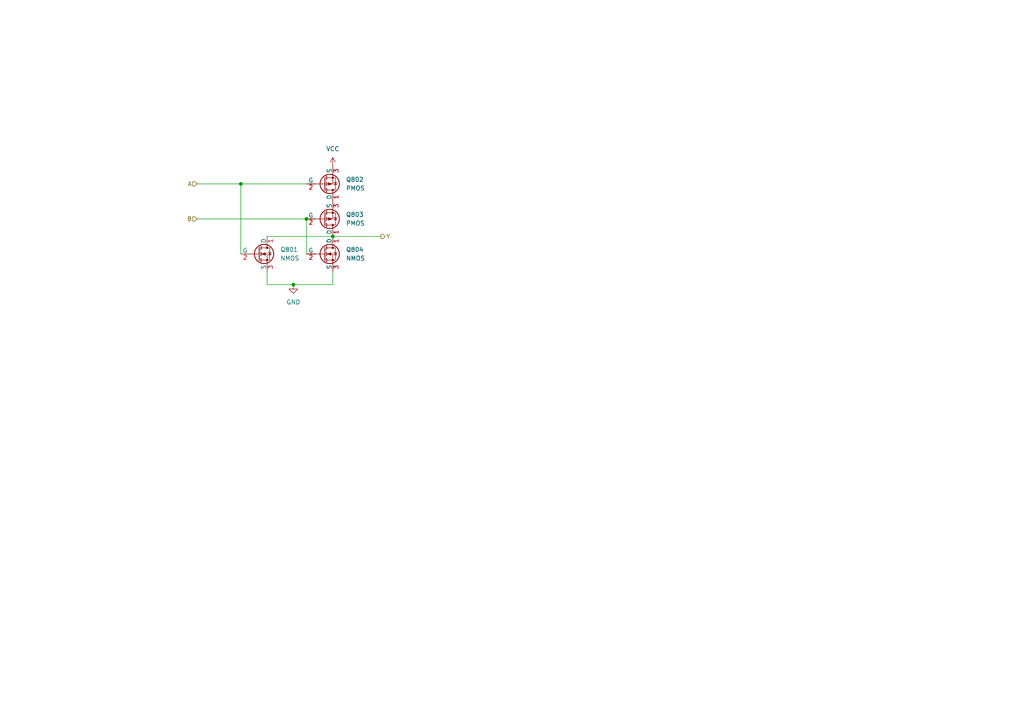
<source format=kicad_sch>
(kicad_sch (version 20250114) (generator "eeschema") (generator_version "9.0")
  (paper "A4")
  (lib_symbols
    (symbol "Simulation_SPICE:NMOS" (pin_names (offset 0))
      (property "Reference" "Q" (at 5.08 1.27 0))
      (property "Value" "NMOS" (at 5.08 -1.27 0))
      (symbol "NMOS_0_1"
        (polyline (pts (xy 0.254 1.905) (xy 0.254 -1.905)) (stroke (width 0.254)))
        (polyline (pts (xy 0.254 0) (xy -2.54 0)))
        (polyline (pts (xy 0.762 2.286) (xy 0.762 1.27)) (stroke (width 0.254)))
        (polyline (pts (xy 0.762 0.508) (xy 0.762 -0.508)) (stroke (width 0.254)))
        (polyline (pts (xy 0.762 -1.27) (xy 0.762 -2.286)) (stroke (width 0.254)))
        (polyline (pts (xy 0.762 -1.778) (xy 3.302 -1.778) (xy 3.302 1.778) (xy 0.762 1.778)))
        (polyline (pts (xy 1.016 0) (xy 2.032 0.381) (xy 2.032 -0.381) (xy 1.016 0)) (fill (type outline)))
        (circle (center 1.651 0) (radius 2.794) (stroke (width 0.254)))
        (polyline (pts (xy 2.54 2.54) (xy 2.54 1.778)))
        (circle (center 2.54 1.778) (radius 0.254) (fill (type outline)))
        (circle (center 2.54 -1.778) (radius 0.254) (fill (type outline)))
        (polyline (pts (xy 2.54 -2.54) (xy 2.54 0) (xy 0.762 0)))
        (polyline (pts (xy 2.794 0.508) (xy 2.921 0.381) (xy 3.683 0.381) (xy 3.81 0.254)))
        (polyline (pts (xy 3.302 0.381) (xy 2.921 -0.254) (xy 3.683 -0.254) (xy 3.302 0.381)))
      )
      (symbol "NMOS_1_1"
        (pin input line (at -5.08 0 0) (length 2.54) (name "G") (number "2"))
        (pin passive line (at 2.54 5.08 270) (length 2.54) (name "D") (number "1"))
        (pin passive line (at 2.54 -5.08 90) (length 2.54) (name "S") (number "3"))
      )
    )
    (symbol "Simulation_SPICE:PMOS" (pin_names (offset 0))
      (property "Reference" "Q" (at 5.08 1.27 0))
      (property "Value" "PMOS" (at 5.08 -1.27 0))
      (symbol "PMOS_0_1"
        (polyline (pts (xy 0.254 1.905) (xy 0.254 -1.905)) (stroke (width 0.254)))
        (polyline (pts (xy 0.254 0) (xy -2.54 0)))
        (polyline (pts (xy 0.762 2.286) (xy 0.762 1.27)) (stroke (width 0.254)))
        (polyline (pts (xy 0.762 1.778) (xy 3.302 1.778) (xy 3.302 -1.778) (xy 0.762 -1.778)))
        (polyline (pts (xy 0.762 0.508) (xy 0.762 -0.508)) (stroke (width 0.254)))
        (polyline (pts (xy 0.762 -1.27) (xy 0.762 -2.286)) (stroke (width 0.254)))
        (circle (center 1.651 0) (radius 2.794) (stroke (width 0.254)))
        (polyline (pts (xy 2.286 0) (xy 1.27 0.381) (xy 1.27 -0.381) (xy 2.286 0)) (fill (type outline)))
        (polyline (pts (xy 2.54 2.54) (xy 2.54 1.778)))
        (circle (center 2.54 1.778) (radius 0.254) (fill (type outline)))
        (circle (center 2.54 -1.778) (radius 0.254) (fill (type outline)))
        (polyline (pts (xy 2.54 -2.54) (xy 2.54 0) (xy 0.762 0)))
        (polyline (pts (xy 2.794 -0.508) (xy 2.921 -0.381) (xy 3.683 -0.381) (xy 3.81 -0.254)))
        (polyline (pts (xy 3.302 -0.381) (xy 2.921 0.254) (xy 3.683 0.254) (xy 3.302 -0.381)))
      )
      (symbol "PMOS_1_1"
        (pin input line (at -5.08 0 0) (length 2.54) (name "G") (number "2"))
        (pin passive line (at 2.54 5.08 270) (length 2.54) (name "D") (number "1"))
        (pin passive line (at 2.54 -5.08 90) (length 2.54) (name "S") (number "3"))
      )
    )
    (symbol "power:GND" (power) (pin_numbers (hide yes)) (pin_names (offset 0) (hide yes))
      (property "Value" "GND" (at 0 -3.81 0))
      (symbol "GND_0_1"
        (polyline (pts (xy 0 0) (xy 0 -1.27) (xy 1.27 -1.27) (xy 0 -2.54) (xy -1.27 -1.27) (xy 0 -1.27)))
      )
      (symbol "GND_1_1"
        (pin power_in line (at 0 0 270) (length 0) (name "~") (number "1"))
      )
    )
    (symbol "power:VCC" (power) (pin_numbers (hide yes)) (pin_names (offset 0) (hide yes))
      (property "Value" "VCC" (at 0 3.556 0))
      (symbol "VCC_0_1"
        (polyline (pts (xy -0.762 1.27) (xy 0 2.54)))
        (polyline (pts (xy 0 2.54) (xy 0.762 1.27)))
        (polyline (pts (xy 0 0) (xy 0 2.54)))
      )
      (symbol "VCC_1_1"
        (pin power_in line (at 0 0 90) (length 0) (name "~") (number "1"))
      )
    )
  )
  (junction (at 85.09 82.55))
  (junction (at 96.52 68.58))
  (junction (at 88.9 63.5))
  (junction (at 69.85 53.34))
  (wire (pts (xy 77.47 78.74) (xy 77.47 82.55)))
  (wire (pts (xy 57.15 53.34) (xy 69.85 53.34)))
  (wire (pts (xy 85.09 82.55) (xy 96.52 82.55)))
  (wire (pts (xy 77.47 68.58) (xy 96.52 68.58)))
  (wire (pts (xy 96.52 82.55) (xy 96.52 78.74)))
  (wire (pts (xy 88.9 53.34) (xy 69.85 53.34)))
  (wire (pts (xy 96.52 68.58) (xy 110.49 68.58)))
  (wire (pts (xy 88.9 63.5) (xy 88.9 73.66)))
  (wire (pts (xy 57.15 63.5) (xy 88.9 63.5)))
  (wire (pts (xy 69.85 53.34) (xy 69.85 73.66)))
  (wire (pts (xy 77.47 82.55) (xy 85.09 82.55)))
  (hierarchical_label "A" (shape input) (at 57.15 53.34 180))
  (hierarchical_label "Y" (shape output) (at 110.49 68.58 0))
  (hierarchical_label "B" (shape input) (at 57.15 63.5 180))
  (symbol (lib_id "power:VCC") (at 96.52 48.26 0) (unit 1)
    (property "Reference" "#PWR0802" (effects (hide yes)))
    (property "Value" "VCC" (at 96.52 43.18 0))
    (property "Description" "Power symbol creates a global label with name \"VCC\"" (effects (hide yes)))
    (instances (project "gate_nor_2in_8bit" (path "" (reference "#PWR0802") (unit 1)) (path "" (reference "#PWR0102") (unit 1)) (path "" (reference "#PWR0602") (unit 1)) (path "" (reference "#PWR0302") (unit 1)) (path "" (reference "#PWR01002") (unit 1)) (path "" (reference "#PWR0402") (unit 1)) (path "" (reference "#PWR0702") (unit 1)) (path "" (reference "#PWR0502") (unit 1))) (project "flags" (path "" (reference "#PWR0402") (unit 1)) (path "" (reference "#PWR0302") (unit 1))) (project "main_logic" (path "" (reference "#PWR03202") (unit 1)) (path "" (reference "#PWR02602") (unit 1)) (path "" (reference "#PWR03002") (unit 1)) (path "" (reference "#PWR02702") (unit 1)) (path "" (reference "#PWR01002") (unit 1)) (path "" (reference "#PWR02802") (unit 1)) (path "" (reference "#PWR03102") (unit 1)) (path "" (reference "#PWR02902") (unit 1))) (project "gate_nor_2in_8bit" (path "" (reference "#PWR0802") (unit 1)) (path "" (reference "#PWR0802") (unit 1)) (path "" (reference "#PWR0802") (unit 1)) (path "" (reference "#PWR0802") (unit 1)) (path "" (reference "#PWR0802") (unit 1)) (path "" (reference "#PWR0802") (unit 1)) (path "" (reference "#PWR0802") (unit 1)) (path "" (reference "#PWR0802") (unit 1))))
  )
  (symbol (lib_id "Simulation_SPICE:NMOS") (at 93.98 73.66 0) (unit 1)
    (property "Reference" "Q804" (at 100.33 72.3899 0) (effects (justify left)))
    (property "Value" "NMOS" (at 100.33 74.9299 0) (effects (justify left)))
    (property "Footprint" "Package_TO_SOT_SMD:TSOT-23" (effects (hide yes)))
    (property "Datasheet" "https://ngspice.sourceforge.io/docs/ngspice-html-manual/manual.xhtml#cha_MOSFETs" (effects (hide yes)))
    (property "Description" "N-MOSFET transistor, drain/source/gate" (effects (hide yes)))
    (property "Sim.Device" "NMOS" (effects (hide yes)))
    (property "Sim.Type" "MOS1" (effects (hide yes)))
    (property "Sim.Pins" "1=D 2=G 3=S" (effects (hide yes)))
    (instances (project "gate_nor_2in_8bit" (path "" (reference "Q804") (unit 1)) (path "" (reference "Q104") (unit 1)) (path "" (reference "Q604") (unit 1)) (path "" (reference "Q304") (unit 1)) (path "" (reference "Q1004") (unit 1)) (path "" (reference "Q404") (unit 1)) (path "" (reference "Q704") (unit 1)) (path "" (reference "Q504") (unit 1))) (project "flags" (path "" (reference "Q404") (unit 1)) (path "" (reference "Q304") (unit 1))) (project "main_logic" (path "" (reference "Q3204") (unit 1)) (path "" (reference "Q2604") (unit 1)) (path "" (reference "Q3004") (unit 1)) (path "" (reference "Q2704") (unit 1)) (path "" (reference "Q1004") (unit 1)) (path "" (reference "Q2804") (unit 1)) (path "" (reference "Q3104") (unit 1)) (path "" (reference "Q2904") (unit 1))) (project "gate_nor_2in_8bit" (path "" (reference "Q804") (unit 1)) (path "" (reference "Q804") (unit 1)) (path "" (reference "Q804") (unit 1)) (path "" (reference "Q804") (unit 1)) (path "" (reference "Q804") (unit 1)) (path "" (reference "Q804") (unit 1)) (path "" (reference "Q804") (unit 1)) (path "" (reference "Q804") (unit 1))))
  )
  (symbol (lib_id "Simulation_SPICE:PMOS") (at 93.98 53.34 0) (mirror x) (unit 1)
    (property "Reference" "Q802" (at 100.33 52.0699 0) (effects (justify left)))
    (property "Value" "PMOS" (at 100.33 54.6099 0) (effects (justify left)))
    (property "Footprint" "Package_TO_SOT_SMD:TSOT-23" (effects (hide yes)))
    (property "Datasheet" "https://ngspice.sourceforge.io/docs/ngspice-html-manual/manual.xhtml#cha_MOSFETs" (effects (hide yes)))
    (property "Description" "P-MOSFET transistor, drain/source/gate" (effects (hide yes)))
    (property "Sim.Device" "PMOS" (effects (hide yes)))
    (property "Sim.Type" "MOS1" (effects (hide yes)))
    (property "Sim.Pins" "1=D 2=G 3=S" (effects (hide yes)))
    (instances (project "gate_nor_2in_8bit" (path "" (reference "Q802") (unit 1)) (path "" (reference "Q102") (unit 1)) (path "" (reference "Q602") (unit 1)) (path "" (reference "Q302") (unit 1)) (path "" (reference "Q1002") (unit 1)) (path "" (reference "Q402") (unit 1)) (path "" (reference "Q702") (unit 1)) (path "" (reference "Q502") (unit 1))) (project "flags" (path "" (reference "Q402") (unit 1)) (path "" (reference "Q302") (unit 1))) (project "main_logic" (path "" (reference "Q3202") (unit 1)) (path "" (reference "Q2602") (unit 1)) (path "" (reference "Q3002") (unit 1)) (path "" (reference "Q2702") (unit 1)) (path "" (reference "Q1002") (unit 1)) (path "" (reference "Q2802") (unit 1)) (path "" (reference "Q3102") (unit 1)) (path "" (reference "Q2902") (unit 1))) (project "gate_nor_2in_8bit" (path "" (reference "Q802") (unit 1)) (path "" (reference "Q802") (unit 1)) (path "" (reference "Q802") (unit 1)) (path "" (reference "Q802") (unit 1)) (path "" (reference "Q802") (unit 1)) (path "" (reference "Q802") (unit 1)) (path "" (reference "Q802") (unit 1)) (path "" (reference "Q802") (unit 1))))
  )
  (symbol (lib_id "Simulation_SPICE:PMOS") (at 93.98 63.5 0) (mirror x) (unit 1)
    (property "Reference" "Q803" (at 100.33 62.2299 0) (effects (justify left)))
    (property "Value" "PMOS" (at 100.33 64.7699 0) (effects (justify left)))
    (property "Footprint" "Package_TO_SOT_SMD:TSOT-23" (effects (hide yes)))
    (property "Datasheet" "https://ngspice.sourceforge.io/docs/ngspice-html-manual/manual.xhtml#cha_MOSFETs" (effects (hide yes)))
    (property "Description" "P-MOSFET transistor, drain/source/gate" (effects (hide yes)))
    (property "Sim.Device" "PMOS" (effects (hide yes)))
    (property "Sim.Type" "MOS1" (effects (hide yes)))
    (property "Sim.Pins" "1=D 2=G 3=S" (effects (hide yes)))
    (instances (project "gate_nor_2in_8bit" (path "" (reference "Q803") (unit 1)) (path "" (reference "Q103") (unit 1)) (path "" (reference "Q603") (unit 1)) (path "" (reference "Q303") (unit 1)) (path "" (reference "Q1003") (unit 1)) (path "" (reference "Q403") (unit 1)) (path "" (reference "Q703") (unit 1)) (path "" (reference "Q503") (unit 1))) (project "flags" (path "" (reference "Q403") (unit 1)) (path "" (reference "Q303") (unit 1))) (project "main_logic" (path "" (reference "Q3203") (unit 1)) (path "" (reference "Q2603") (unit 1)) (path "" (reference "Q3003") (unit 1)) (path "" (reference "Q2703") (unit 1)) (path "" (reference "Q1003") (unit 1)) (path "" (reference "Q2803") (unit 1)) (path "" (reference "Q3103") (unit 1)) (path "" (reference "Q2903") (unit 1))) (project "gate_nor_2in_8bit" (path "" (reference "Q803") (unit 1)) (path "" (reference "Q803") (unit 1)) (path "" (reference "Q803") (unit 1)) (path "" (reference "Q803") (unit 1)) (path "" (reference "Q803") (unit 1)) (path "" (reference "Q803") (unit 1)) (path "" (reference "Q803") (unit 1)) (path "" (reference "Q803") (unit 1))))
  )
  (symbol (lib_id "power:GND") (at 85.09 82.55 0) (unit 1)
    (property "Reference" "#PWR0801" (effects (hide yes)))
    (property "Value" "GND" (at 85.09 87.63 0))
    (property "Description" "Power symbol creates a global label with name \"GND\" , ground" (effects (hide yes)))
    (instances (project "gate_nor_2in_8bit" (path "" (reference "#PWR0801") (unit 1)) (path "" (reference "#PWR0101") (unit 1)) (path "" (reference "#PWR0601") (unit 1)) (path "" (reference "#PWR0301") (unit 1)) (path "" (reference "#PWR01001") (unit 1)) (path "" (reference "#PWR0401") (unit 1)) (path "" (reference "#PWR0701") (unit 1)) (path "" (reference "#PWR0501") (unit 1))) (project "flags" (path "" (reference "#PWR0401") (unit 1)) (path "" (reference "#PWR0301") (unit 1))) (project "main_logic" (path "" (reference "#PWR03201") (unit 1)) (path "" (reference "#PWR02601") (unit 1)) (path "" (reference "#PWR03001") (unit 1)) (path "" (reference "#PWR02701") (unit 1)) (path "" (reference "#PWR01001") (unit 1)) (path "" (reference "#PWR02801") (unit 1)) (path "" (reference "#PWR03101") (unit 1)) (path "" (reference "#PWR02901") (unit 1))) (project "gate_nor_2in_8bit" (path "" (reference "#PWR0801") (unit 1)) (path "" (reference "#PWR0801") (unit 1)) (path "" (reference "#PWR0801") (unit 1)) (path "" (reference "#PWR0801") (unit 1)) (path "" (reference "#PWR0801") (unit 1)) (path "" (reference "#PWR0801") (unit 1)) (path "" (reference "#PWR0801") (unit 1)) (path "" (reference "#PWR0801") (unit 1))))
  )
  (symbol (lib_id "Simulation_SPICE:NMOS") (at 74.93 73.66 0) (unit 1)
    (property "Reference" "Q801" (at 81.28 72.3899 0) (effects (justify left)))
    (property "Value" "NMOS" (at 81.28 74.9299 0) (effects (justify left)))
    (property "Footprint" "Package_TO_SOT_SMD:TSOT-23" (effects (hide yes)))
    (property "Datasheet" "https://ngspice.sourceforge.io/docs/ngspice-html-manual/manual.xhtml#cha_MOSFETs" (effects (hide yes)))
    (property "Description" "N-MOSFET transistor, drain/source/gate" (effects (hide yes)))
    (property "Sim.Device" "NMOS" (effects (hide yes)))
    (property "Sim.Type" "MOS1" (effects (hide yes)))
    (property "Sim.Pins" "1=D 2=G 3=S" (effects (hide yes)))
    (instances (project "gate_nor_2in_8bit" (path "" (reference "Q801") (unit 1)) (path "" (reference "Q101") (unit 1)) (path "" (reference "Q601") (unit 1)) (path "" (reference "Q301") (unit 1)) (path "" (reference "Q1001") (unit 1)) (path "" (reference "Q401") (unit 1)) (path "" (reference "Q701") (unit 1)) (path "" (reference "Q501") (unit 1))) (project "flags" (path "" (reference "Q401") (unit 1)) (path "" (reference "Q301") (unit 1))) (project "main_logic" (path "" (reference "Q3201") (unit 1)) (path "" (reference "Q2601") (unit 1)) (path "" (reference "Q3001") (unit 1)) (path "" (reference "Q2701") (unit 1)) (path "" (reference "Q1001") (unit 1)) (path "" (reference "Q2801") (unit 1)) (path "" (reference "Q3101") (unit 1)) (path "" (reference "Q2901") (unit 1))) (project "gate_nor_2in_8bit" (path "" (reference "Q801") (unit 1)) (path "" (reference "Q801") (unit 1)) (path "" (reference "Q801") (unit 1)) (path "" (reference "Q801") (unit 1)) (path "" (reference "Q801") (unit 1)) (path "" (reference "Q801") (unit 1)) (path "" (reference "Q801") (unit 1)) (path "" (reference "Q801") (unit 1))))
  )
)
</source>
